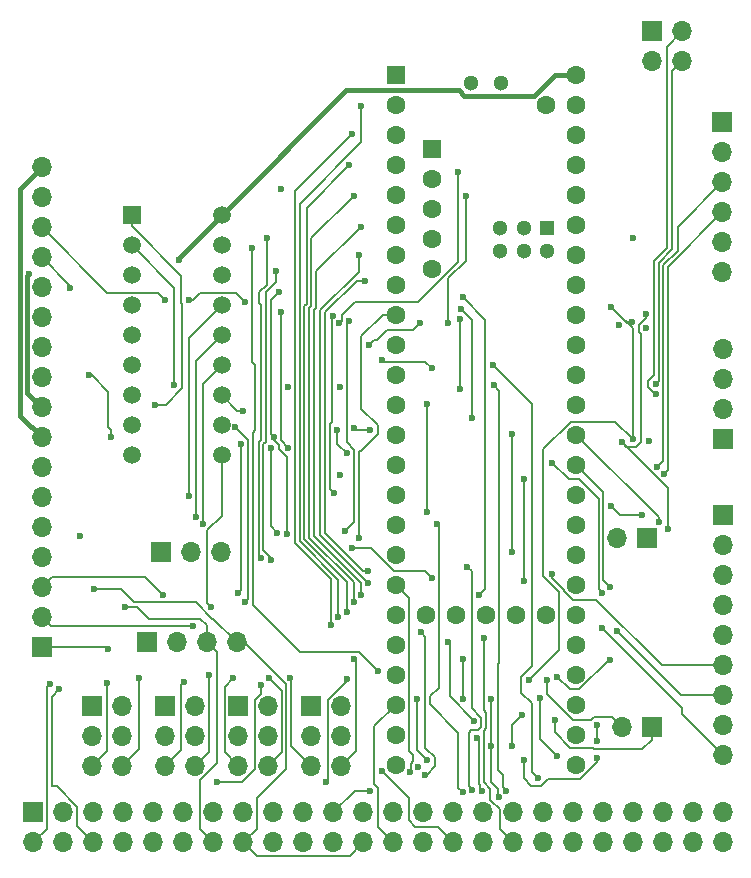
<source format=gbr>
%TF.GenerationSoftware,KiCad,Pcbnew,8.0.3*%
%TF.CreationDate,2025-02-12T02:25:28-08:00*%
%TF.ProjectId,MLU_Breakout,4d4c555f-4272-4656-916b-6f75742e6b69,rev?*%
%TF.SameCoordinates,Original*%
%TF.FileFunction,Copper,L4,Bot*%
%TF.FilePolarity,Positive*%
%FSLAX46Y46*%
G04 Gerber Fmt 4.6, Leading zero omitted, Abs format (unit mm)*
G04 Created by KiCad (PCBNEW 8.0.3) date 2025-02-12 02:25:28*
%MOMM*%
%LPD*%
G01*
G04 APERTURE LIST*
%TA.AperFunction,ComponentPad*%
%ADD10O,1.700000X1.700000*%
%TD*%
%TA.AperFunction,ComponentPad*%
%ADD11R,1.700000X1.700000*%
%TD*%
%TA.AperFunction,ComponentPad*%
%ADD12R,1.498600X1.498600*%
%TD*%
%TA.AperFunction,ComponentPad*%
%ADD13C,1.498600*%
%TD*%
%TA.AperFunction,ComponentPad*%
%ADD14R,1.600000X1.600000*%
%TD*%
%TA.AperFunction,ComponentPad*%
%ADD15C,1.600000*%
%TD*%
%TA.AperFunction,ComponentPad*%
%ADD16R,1.300000X1.300000*%
%TD*%
%TA.AperFunction,ComponentPad*%
%ADD17C,1.300000*%
%TD*%
%TA.AperFunction,ViaPad*%
%ADD18C,0.600000*%
%TD*%
%TA.AperFunction,Conductor*%
%ADD19C,0.200000*%
%TD*%
%TA.AperFunction,Conductor*%
%ADD20C,0.400000*%
%TD*%
G04 APERTURE END LIST*
D10*
%TO.P,J10,17,Pin_17*%
%TO.N,+3.3V*%
X142200000Y-76400000D03*
%TO.P,J10,16,Pin_16*%
%TO.N,GND*%
X142200000Y-78940000D03*
%TO.P,J10,15,Pin_15*%
%TO.N,I2C1_SCL*%
X142200000Y-81480000D03*
%TO.P,J10,14,Pin_14*%
%TO.N,I2C1_SDA*%
X142200000Y-84020000D03*
%TO.P,J10,13,Pin_13*%
%TO.N,D3.3v_GE*%
X142200000Y-86560000D03*
%TO.P,J10,12,Pin_12*%
%TO.N,Dkill_out*%
X142200000Y-89100000D03*
%TO.P,J10,11,Pin_11*%
%TO.N,Ai_s*%
X142200000Y-91640000D03*
%TO.P,J10,10,Pin_10*%
%TO.N,Ab_s*%
X142200000Y-94180000D03*
%TO.P,J10,9,Pin_9*%
%TO.N,+5V*%
X142200000Y-96720000D03*
%TO.P,J10,8,Pin_8*%
%TO.N,+3.3V*%
X142200000Y-99260000D03*
%TO.P,J10,7,Pin_7*%
%TO.N,GND*%
X142200000Y-101800000D03*
%TO.P,J10,6,Pin_6*%
%TO.N,xD5*%
X142200000Y-104340000D03*
%TO.P,J10,5,Pin_5*%
%TO.N,xD4*%
X142200000Y-106880000D03*
%TO.P,J10,4,Pin_4*%
%TO.N,xD3*%
X142200000Y-109420000D03*
%TO.P,J10,3,Pin_3*%
%TO.N,xD2*%
X142200000Y-111960000D03*
%TO.P,J10,2,Pin_2*%
%TO.N,xD1*%
X142200000Y-114500000D03*
D11*
%TO.P,J10,1,Pin_1*%
%TO.N,xD0*%
X142200000Y-117040000D03*
%TD*%
%TO.P,J8,1,Pin_1*%
%TO.N,UART_RX1*%
X193400000Y-107800000D03*
D10*
%TO.P,J8,2,Pin_2*%
%TO.N,UART_TX1*%
X190860000Y-107800000D03*
%TD*%
D11*
%TO.P,J6,1,Pin_1*%
%TO.N,BAR_SDA*%
X193825000Y-123800000D03*
D10*
%TO.P,J6,2,Pin_2*%
%TO.N,BAR_SCL*%
X191285000Y-123800000D03*
%TD*%
D11*
%TO.P,J5,1,Pin_1*%
%TO.N,+3.3V*%
X151060000Y-116575000D03*
D10*
%TO.P,J5,2,Pin_2*%
%TO.N,GND*%
X153600000Y-116575000D03*
%TO.P,J5,3,Pin_3*%
%TO.N,I2C1_SCL*%
X156140000Y-116575000D03*
%TO.P,J5,4,Pin_4*%
%TO.N,I2C1_SDA*%
X158680000Y-116575000D03*
%TD*%
D11*
%TO.P,J4,1,Pin_1*%
%TO.N,+3.3V*%
X199882000Y-99420000D03*
D10*
%TO.P,J4,2,Pin_2*%
%TO.N,GND*%
X199882000Y-96880000D03*
%TO.P,J4,3,Pin_3*%
%TO.N,I2C1_SCL*%
X199882000Y-94340000D03*
%TO.P,J4,4,Pin_4*%
%TO.N,I2C1_SDA*%
X199882000Y-91800000D03*
%TD*%
D11*
%TO.P,J3,1,Pin_1*%
%TO.N,+5V*%
X199800000Y-72580000D03*
D10*
%TO.P,J3,2,Pin_2*%
X199800000Y-75120000D03*
%TO.P,J3,3,Pin_3*%
%TO.N,Analog_Current*%
X199800000Y-77660000D03*
%TO.P,J3,4,Pin_4*%
%TO.N,Analog_Voltage*%
X199800000Y-80200000D03*
%TO.P,J3,5,Pin_5*%
%TO.N,GND*%
X199800000Y-82740000D03*
%TO.P,J3,6,Pin_6*%
X199800000Y-85280000D03*
%TD*%
D11*
%TO.P,J2,1,Pin_1*%
%TO.N,GND*%
X152275000Y-109000000D03*
D10*
%TO.P,J2,2,Pin_2*%
%TO.N,+3.3V*%
X154815000Y-109000000D03*
%TO.P,J2,3,Pin_3*%
%TO.N,Dleak*%
X157355000Y-109000000D03*
%TD*%
D11*
%TO.P,J7,1,Pin_1*%
%TO.N,+5V*%
X193860000Y-64860000D03*
D10*
%TO.P,J7,2,Pin_2*%
%TO.N,I2C2_SCL*%
X196400000Y-64860000D03*
%TO.P,J7,3,Pin_3*%
%TO.N,GND*%
X193860000Y-67400000D03*
%TO.P,J7,4,Pin_4*%
%TO.N,I2C2_SDA*%
X196400000Y-67400000D03*
%TD*%
D11*
%TO.P,J20,1,Pin_1*%
%TO.N,GND*%
X165000000Y-122000000D03*
D10*
%TO.P,J20,2,Pin_2*%
X167540000Y-122000000D03*
%TO.P,J20,3,Pin_3*%
%TO.N,unconnected-(J20-Pin_3-Pad3)*%
X165000000Y-124540000D03*
%TO.P,J20,4,Pin_4*%
%TO.N,unconnected-(J20-Pin_4-Pad4)*%
X167540000Y-124540000D03*
%TO.P,J20,5,Pin_5*%
%TO.N,PWM6*%
X165000000Y-127080000D03*
%TO.P,J20,6,Pin_6*%
%TO.N,PWM7*%
X167540000Y-127080000D03*
%TD*%
D11*
%TO.P,J19,1,Pin_1*%
%TO.N,GND*%
X152600000Y-122000000D03*
D10*
%TO.P,J19,2,Pin_2*%
X155140000Y-122000000D03*
%TO.P,J19,3,Pin_3*%
%TO.N,unconnected-(J19-Pin_3-Pad3)*%
X152600000Y-124540000D03*
%TO.P,J19,4,Pin_4*%
%TO.N,unconnected-(J19-Pin_4-Pad4)*%
X155140000Y-124540000D03*
%TO.P,J19,5,Pin_5*%
%TO.N,PWM2*%
X152600000Y-127080000D03*
%TO.P,J19,6,Pin_6*%
%TO.N,PWM3*%
X155140000Y-127080000D03*
%TD*%
D11*
%TO.P,J18,1,Pin_1*%
%TO.N,GND*%
X158800000Y-122000000D03*
D10*
%TO.P,J18,2,Pin_2*%
X161340000Y-122000000D03*
%TO.P,J18,3,Pin_3*%
%TO.N,unconnected-(J18-Pin_3-Pad3)*%
X158800000Y-124540000D03*
%TO.P,J18,4,Pin_4*%
%TO.N,unconnected-(J18-Pin_4-Pad4)*%
X161340000Y-124540000D03*
%TO.P,J18,5,Pin_5*%
%TO.N,PWM4*%
X158800000Y-127080000D03*
%TO.P,J18,6,Pin_6*%
%TO.N,PWM5*%
X161340000Y-127080000D03*
%TD*%
D11*
%TO.P,J17,1,Pin_1*%
%TO.N,GND*%
X146400000Y-122000000D03*
D10*
%TO.P,J17,2,Pin_2*%
X148940000Y-122000000D03*
%TO.P,J17,3,Pin_3*%
%TO.N,unconnected-(J17-Pin_3-Pad3)*%
X146400000Y-124540000D03*
%TO.P,J17,4,Pin_4*%
%TO.N,unconnected-(J17-Pin_4-Pad4)*%
X148940000Y-124540000D03*
%TO.P,J17,5,Pin_5*%
%TO.N,PWM0*%
X146400000Y-127080000D03*
%TO.P,J17,6,Pin_6*%
%TO.N,PWM1*%
X148940000Y-127080000D03*
%TD*%
%TO.P,J9,9,Pin_9*%
%TO.N,SPI_MISO*%
X199857000Y-126170000D03*
%TO.P,J9,8,Pin_8*%
%TO.N,D7*%
X199857000Y-123630000D03*
%TO.P,J9,7,Pin_7*%
%TO.N,SPI_SCK*%
X199857000Y-121090000D03*
%TO.P,J9,6,Pin_6*%
%TO.N,SPI_MOSI*%
X199857000Y-118550000D03*
%TO.P,J9,5,Pin_5*%
%TO.N,D6*%
X199857000Y-116010000D03*
%TO.P,J9,4,Pin_4*%
%TO.N,D5*%
X199857000Y-113470000D03*
%TO.P,J9,3,Pin_3*%
%TO.N,SPI_CS1*%
X199857000Y-110930000D03*
%TO.P,J9,2,Pin_2*%
%TO.N,GND*%
X199857000Y-108390000D03*
D11*
%TO.P,J9,1,Pin_1*%
%TO.N,+5V*%
X199857000Y-105850000D03*
%TD*%
D12*
%TO.P,U1,1,SCL*%
%TO.N,I2C2_SCL*%
X149790000Y-80440000D03*
D13*
%TO.P,U1,2,SDA*%
%TO.N,I2C2_SDA*%
X149790000Y-82980000D03*
%TO.P,U1,3,A2*%
%TO.N,GND*%
X149790000Y-85520000D03*
%TO.P,U1,4,A1*%
X149790000Y-88060000D03*
%TO.P,U1,5,A0*%
X149790000Y-90600000D03*
%TO.P,U1,6,\u002ARESET*%
%TO.N,Net-(JP3-C)*%
X149790000Y-93140000D03*
%TO.P,U1,7,NC*%
%TO.N,unconnected-(U1-NC-Pad7)*%
X149790000Y-95680000D03*
%TO.P,U1,8,INT*%
%TO.N,Dint*%
X149790000Y-98220000D03*
%TO.P,U1,9,VSS*%
%TO.N,GND*%
X149790000Y-100760000D03*
%TO.P,U1,10,GP0*%
%TO.N,xD0*%
X157410000Y-100760000D03*
%TO.P,U1,11,GP1*%
%TO.N,xD1*%
X157410000Y-98220000D03*
%TO.P,U1,12,GP2*%
%TO.N,xD2*%
X157410000Y-95680000D03*
%TO.P,U1,13,GP3*%
%TO.N,xD3*%
X157410000Y-93140000D03*
%TO.P,U1,14,GP4*%
%TO.N,xD4*%
X157410000Y-90600000D03*
%TO.P,U1,15,GP5*%
%TO.N,xD5*%
X157410000Y-88060000D03*
%TO.P,U1,16,GP6*%
%TO.N,xD6*%
X157410000Y-85520000D03*
%TO.P,U1,17,GP7*%
%TO.N,xD7*%
X157410000Y-82980000D03*
%TO.P,U1,18,VDD*%
%TO.N,+5V*%
X157410000Y-80440000D03*
%TD*%
D14*
%TO.P,U4,1,GND*%
%TO.N,GND*%
X172160000Y-68540800D03*
D15*
%TO.P,U4,2,0_RX1_CRX2_CS1*%
%TO.N,PWM0*%
X172160000Y-71080800D03*
%TO.P,U4,3,1_TX1_CTX2_MISO1*%
%TO.N,PWM1*%
X172160000Y-73620800D03*
%TO.P,U4,4,2_OUT2*%
%TO.N,PWM2*%
X172160000Y-76160800D03*
%TO.P,U4,5,3_LRCLK2*%
%TO.N,PWM3*%
X172160000Y-78700800D03*
%TO.P,U4,6,4_BCLK2*%
%TO.N,PWM4*%
X172160000Y-81240800D03*
%TO.P,U4,7,5_IN2*%
%TO.N,PWM5*%
X172160000Y-83780800D03*
%TO.P,U4,8,6_OUT1D*%
%TO.N,PWM6*%
X172160000Y-86320800D03*
%TO.P,U4,9,7_RX2_OUT1A*%
%TO.N,PWM7*%
X172160000Y-88860800D03*
%TO.P,U4,10,8_TX2_IN1*%
%TO.N,PWM8*%
X172160000Y-91400800D03*
%TO.P,U4,11,9_OUT1C*%
%TO.N,PWM9*%
X172160000Y-93940800D03*
%TO.P,U4,12,10_CS_MQSR*%
%TO.N,SPI_CS1*%
X172160000Y-96480800D03*
%TO.P,U4,13,11_MOSI_CTX1*%
%TO.N,SPI_MOSI*%
X172160000Y-99020800D03*
%TO.P,U4,14,12_MISO_MQSL*%
%TO.N,SPI_MISO*%
X172160000Y-101560800D03*
%TO.P,U4,15,3V3*%
%TO.N,+3.3V*%
X172160000Y-104100800D03*
%TO.P,U4,16,24_A10_TX6_SCL2*%
%TO.N,UART_TX3*%
X172160000Y-106640800D03*
%TO.P,U4,17,25_A11_RX6_SDA2*%
%TO.N,UART_RX3*%
X172160000Y-109180800D03*
%TO.P,U4,18,26_A12_MOSI1*%
%TO.N,Dswitch1*%
X172160000Y-111720800D03*
%TO.P,U4,19,27_A13_SCK1*%
%TO.N,Dswitch2*%
X172160000Y-114260800D03*
%TO.P,U4,20,28_RX7*%
%TO.N,UART_RX2*%
X172160000Y-116800800D03*
%TO.P,U4,21,29_TX7*%
%TO.N,UART_TX2*%
X172160000Y-119340800D03*
%TO.P,U4,22,30_CRX3*%
%TO.N,Dunused*%
X172160000Y-121880800D03*
%TO.P,U4,23,31_CTX3*%
%TO.N,D6*%
X172160000Y-124420800D03*
%TO.P,U4,24,32_OUT1B*%
%TO.N,D7*%
X172160000Y-126960800D03*
%TO.P,U4,25,33_MCLK2*%
%TO.N,Dleak*%
X187400000Y-126960800D03*
%TO.P,U4,26,34_RX8*%
%TO.N,UART_RX1*%
X187400000Y-124420800D03*
%TO.P,U4,27,35_TX8*%
%TO.N,UART_TX1*%
X187400000Y-121880800D03*
%TO.P,U4,28,36_CS*%
%TO.N,Dled2*%
X187400000Y-119340800D03*
%TO.P,U4,29,37_CS*%
%TO.N,Dled1*%
X187400000Y-116800800D03*
%TO.P,U4,30,38_CS1_IN1*%
%TO.N,Dkill_out*%
X187400000Y-114260800D03*
%TO.P,U4,31,39_MISO1_OUT1A*%
%TO.N,D3.3v_GE*%
X187400000Y-111720800D03*
%TO.P,U4,32,40_A16*%
%TO.N,Analog_Voltage*%
X187400000Y-109180800D03*
%TO.P,U4,33,41_A17*%
%TO.N,Analog_Current*%
X187400000Y-106640800D03*
%TO.P,U4,34,GND*%
%TO.N,GND*%
X187400000Y-104100800D03*
%TO.P,U4,35,13_SCK_LED*%
%TO.N,SPI_SCK*%
X187400000Y-101560800D03*
%TO.P,U4,36,14_A0_TX3_SPDIF_OUT*%
%TO.N,D5*%
X187400000Y-99020800D03*
%TO.P,U4,37,15_A1_RX3_SPDIF_IN*%
%TO.N,Dint*%
X187400000Y-96480800D03*
%TO.P,U4,38,16_A2_RX4_SCL1*%
%TO.N,I2C2_SCL*%
X187400000Y-93940800D03*
%TO.P,U4,39,17_A3_TX4_SDA1*%
%TO.N,I2C2_SDA*%
X187400000Y-91400800D03*
%TO.P,U4,40,18_A4_SDA*%
%TO.N,I2C1_SDA*%
X187400000Y-88860800D03*
%TO.P,U4,41,19_A5_SCL*%
%TO.N,I2C1_SCL*%
X187400000Y-86320800D03*
%TO.P,U4,42,20_A6_TX5_LRCLK1*%
%TO.N,A4*%
X187400000Y-83780800D03*
%TO.P,U4,43,21_A7_RX5_BCLK1*%
%TO.N,A3*%
X187400000Y-81240800D03*
%TO.P,U4,44,22_A8_CTX1*%
%TO.N,Ab_s*%
X187400000Y-78700800D03*
%TO.P,U4,45,23_A9_CRX1_MCLK1*%
%TO.N,Ai_s*%
X187400000Y-76160800D03*
%TO.P,U4,46,3V3*%
%TO.N,+3.3V*%
X187400000Y-73620800D03*
%TO.P,U4,47,GND*%
%TO.N,GND*%
X187400000Y-71080800D03*
%TO.P,U4,48,VIN*%
%TO.N,+5V*%
X187400000Y-68540800D03*
%TO.P,U4,49,VUSB*%
%TO.N,unconnected-(U4-VUSB-Pad49)*%
X184860000Y-71080800D03*
%TO.P,U4,50,VBAT*%
%TO.N,unconnected-(U4-VBAT-Pad50)*%
X174700000Y-114260800D03*
%TO.P,U4,51,3V3*%
%TO.N,unconnected-(U4-3V3-Pad51)*%
X177240000Y-114260800D03*
%TO.P,U4,52,GND*%
%TO.N,unconnected-(U4-GND-Pad52)*%
X179780000Y-114260800D03*
%TO.P,U4,53,PROGRAM*%
%TO.N,unconnected-(U4-PROGRAM-Pad53)*%
X182320000Y-114260800D03*
%TO.P,U4,54,ON_OFF*%
%TO.N,unconnected-(U4-ON_OFF-Pad54)*%
X184860000Y-114260800D03*
D14*
%TO.P,U4,55,5V*%
%TO.N,unconnected-(U4-5V-Pad55)*%
X175210800Y-74840000D03*
D15*
%TO.P,U4,56,D-*%
%TO.N,unconnected-(U4-D--Pad56)*%
X175210800Y-77380000D03*
%TO.P,U4,57,D+*%
%TO.N,unconnected-(U4-D+-Pad57)*%
X175210800Y-79920000D03*
%TO.P,U4,58,GND*%
%TO.N,unconnected-(U4-GND-Pad58)*%
X175210800Y-82460000D03*
%TO.P,U4,59,GND*%
%TO.N,unconnected-(U4-GND-Pad59)*%
X175210800Y-85000000D03*
D16*
%TO.P,U4,60,R+*%
%TO.N,unconnected-(U4-R+-Pad60)*%
X184961600Y-81510800D03*
D17*
%TO.P,U4,61,LED*%
%TO.N,unconnected-(U4-LED-Pad61)*%
X182961600Y-81510800D03*
%TO.P,U4,62,T-*%
%TO.N,unconnected-(U4-T--Pad62)*%
X180961600Y-81510800D03*
%TO.P,U4,63,T+*%
%TO.N,unconnected-(U4-T+-Pad63)*%
X180961600Y-83510800D03*
%TO.P,U4,64,GND*%
%TO.N,unconnected-(U4-GND-Pad64)*%
X182961600Y-83510800D03*
%TO.P,U4,65,R-*%
%TO.N,unconnected-(U4-R--Pad65)*%
X184961600Y-83510800D03*
%TO.P,U4,66,D-*%
%TO.N,unconnected-(U4-D--Pad66)*%
X181050000Y-69270800D03*
%TO.P,U4,67,D+*%
%TO.N,unconnected-(U4-D+-Pad67)*%
X178510000Y-69270800D03*
%TD*%
D11*
%TO.P,J1,1,Pin_1*%
%TO.N,GND*%
X141460000Y-131000000D03*
D10*
%TO.P,J1,2,Pin_2*%
%TO.N,A3*%
X141460000Y-133540000D03*
%TO.P,J1,3,Pin_3*%
%TO.N,Dled1*%
X144000000Y-131000000D03*
%TO.P,J1,4,Pin_4*%
%TO.N,GND*%
X144000000Y-133540000D03*
%TO.P,J1,5,Pin_5*%
X146540000Y-131000000D03*
%TO.P,J1,6,Pin_6*%
%TO.N,A4*%
X146540000Y-133540000D03*
%TO.P,J1,7,Pin_7*%
%TO.N,Dled2*%
X149080000Y-131000000D03*
%TO.P,J1,8,Pin_8*%
%TO.N,GND*%
X149080000Y-133540000D03*
%TO.P,J1,9,Pin_9*%
%TO.N,Dswitch1*%
X151620000Y-131000000D03*
%TO.P,J1,10,Pin_10*%
%TO.N,+3.3V*%
X151620000Y-133540000D03*
%TO.P,J1,11,Pin_11*%
X154160000Y-131000000D03*
%TO.P,J1,12,Pin_12*%
%TO.N,GND*%
X154160000Y-133540000D03*
%TO.P,J1,13,Pin_13*%
%TO.N,Dswitch2*%
X156700000Y-131000000D03*
%TO.P,J1,14,Pin_14*%
%TO.N,I2C1_SCL*%
X156700000Y-133540000D03*
%TO.P,J1,15,Pin_15*%
%TO.N,+3.3V*%
X159240000Y-131000000D03*
%TO.P,J1,16,Pin_16*%
%TO.N,I2C1_SDA*%
X159240000Y-133540000D03*
%TO.P,J1,17,Pin_17*%
%TO.N,GND*%
X161780000Y-131000000D03*
%TO.P,J1,18,Pin_18*%
%TO.N,+3.3V*%
X161780000Y-133540000D03*
%TO.P,J1,19,Pin_19*%
%TO.N,Net-(J1-Pin_19)*%
X164320000Y-131000000D03*
%TO.P,J1,20,Pin_20*%
%TO.N,GND*%
X164320000Y-133540000D03*
%TO.P,J1,21,Pin_21*%
%TO.N,Net-(J1-Pin_21)*%
X166860000Y-131000000D03*
%TO.P,J1,22,Pin_22*%
%TO.N,I2C1_SCL*%
X166860000Y-133540000D03*
%TO.P,J1,23,Pin_23*%
%TO.N,+3.3V*%
X169400000Y-131000000D03*
%TO.P,J1,24,Pin_24*%
%TO.N,I2C1_SDA*%
X169400000Y-133540000D03*
%TO.P,J1,25,Pin_25*%
%TO.N,UART_TX3*%
X171940000Y-131000000D03*
%TO.P,J1,26,Pin_26*%
%TO.N,Dunused*%
X171940000Y-133540000D03*
%TO.P,J1,27,Pin_27*%
%TO.N,UART_RX3*%
X174480000Y-131000000D03*
%TO.P,J1,28,Pin_28*%
%TO.N,GND*%
X174480000Y-133540000D03*
%TO.P,J1,29,Pin_29*%
X177020000Y-131000000D03*
%TO.P,J1,30,Pin_30*%
%TO.N,xD7*%
X177020000Y-133540000D03*
%TO.P,J1,31,Pin_31*%
%TO.N,UART_TX2*%
X179560000Y-131000000D03*
%TO.P,J1,32,Pin_32*%
%TO.N,GND*%
X179560000Y-133540000D03*
%TO.P,J1,33,Pin_33*%
%TO.N,UART_RX2*%
X182100000Y-131000000D03*
%TO.P,J1,34,Pin_34*%
%TO.N,xD6*%
X182100000Y-133540000D03*
%TO.P,J1,35,Pin_35*%
%TO.N,+3.3V*%
X184640000Y-131000000D03*
%TO.P,J1,36,Pin_36*%
%TO.N,GND*%
X184640000Y-133540000D03*
%TO.P,J1,37,Pin_37*%
X187180000Y-131000000D03*
%TO.P,J1,38,Pin_38*%
%TO.N,+5V*%
X187180000Y-133540000D03*
%TO.P,J1,39,Pin_39*%
%TO.N,unconnected-(J1-Pin_39-Pad39)*%
X189720000Y-131000000D03*
%TO.P,J1,40,Pin_40*%
%TO.N,GND*%
X189720000Y-133540000D03*
%TO.P,J1,41,Pin_41*%
%TO.N,PWM9*%
X192260000Y-131000000D03*
%TO.P,J1,42,Pin_42*%
%TO.N,+5V*%
X192260000Y-133540000D03*
%TO.P,J1,43,Pin_43*%
%TO.N,GND*%
X194800000Y-131000000D03*
%TO.P,J1,44,Pin_44*%
X194800000Y-133540000D03*
%TO.P,J1,45,Pin_45*%
%TO.N,unconnected-(J1-Pin_45-Pad45)*%
X197340000Y-131000000D03*
%TO.P,J1,46,Pin_46*%
%TO.N,+3.3V*%
X197340000Y-133540000D03*
%TO.P,J1,47,Pin_47*%
%TO.N,PWM8*%
X199880000Y-131000000D03*
%TO.P,J1,48,Pin_48*%
%TO.N,GND*%
X199880000Y-133540000D03*
%TD*%
D18*
%TO.N,I2C1_SCL*%
X183400000Y-119800000D03*
%TO.N,I2C1_SDA*%
X183000000Y-126600000D03*
X195200000Y-107000000D03*
X189200000Y-125000000D03*
X189200000Y-123600000D03*
X189200000Y-126400000D03*
%TO.N,UART_TX2*%
X174800000Y-126600000D03*
X173909296Y-121394907D03*
%TO.N,UART_RX2*%
X180200000Y-121400000D03*
X177800000Y-121400000D03*
X177800000Y-118000000D03*
%TO.N,BAR_SDA*%
X182000000Y-125400000D03*
X185600000Y-123200000D03*
X182800000Y-122800000D03*
%TO.N,BAR_SCL*%
X184978135Y-119773625D03*
%TO.N,PWM7*%
X169000000Y-107800000D03*
X168600000Y-118000000D03*
%TO.N,SPI_MISO*%
X189600000Y-112400000D03*
X189600000Y-115400000D03*
X185400000Y-101400000D03*
%TO.N,Net-(J1-Pin_21)*%
X170000000Y-129200000D03*
%TO.N,Net-(J1-Pin_19)*%
X185800000Y-126200000D03*
X184361021Y-121316695D03*
%TO.N,+3.3V*%
X174047603Y-127142576D03*
%TO.N,SPI_SCK*%
X190307056Y-111928221D03*
X190877415Y-115674056D03*
%TO.N,SPI_MOSI*%
X182000000Y-109000000D03*
X185359620Y-110840380D03*
X182000000Y-99000000D03*
%TO.N,D6*%
X190250000Y-118069240D03*
X185783824Y-119502759D03*
%TO.N,D5*%
X194400000Y-106400000D03*
%TO.N,SPI_CS1*%
X174800000Y-96400000D03*
X193000000Y-105800000D03*
X174800000Y-105600000D03*
X190360000Y-105040431D03*
%TO.N,Analog_Voltage*%
X194870250Y-102329751D03*
%TO.N,Analog_Current*%
X194294481Y-101753982D03*
%TO.N,I2C2_SCL*%
X194150000Y-95544334D03*
%TO.N,I2C2_SDA*%
X194150000Y-94719683D03*
%TO.N,Dleak*%
X176600000Y-116600000D03*
X175200000Y-111200000D03*
X178800000Y-123290547D03*
X168400000Y-108600000D03*
%TO.N,+3.3V*%
X145400000Y-107600000D03*
%TO.N,I2C1_SDA*%
X146603424Y-112113851D03*
%TO.N,I2C1_SCL*%
X149200000Y-113600000D03*
%TO.N,+3.3V*%
X167400000Y-102400000D03*
%TO.N,Net-(U3-CSB)*%
X167200000Y-98600000D03*
X168000000Y-100600000D03*
%TO.N,I2C1_SCL*%
X168647703Y-98472918D03*
X169947703Y-98618413D03*
%TO.N,+3.3V*%
X163000000Y-95000000D03*
%TO.N,GND*%
X167400000Y-95000000D03*
%TO.N,I2C1_SCL*%
X159400000Y-87800000D03*
X152600000Y-87600000D03*
X154600000Y-87600000D03*
X162400000Y-88600000D03*
X163000000Y-100114722D03*
%TO.N,I2C1_SDA*%
X144600000Y-86600000D03*
X162233643Y-86948718D03*
%TO.N,D3.3v_GE*%
X168200000Y-89400000D03*
X167859620Y-107140380D03*
%TO.N,Dkill_out*%
X166908135Y-103972625D03*
X166818834Y-88935524D03*
X183000000Y-102800000D03*
X183000000Y-111400000D03*
%TO.N,Ai_s*%
X177400000Y-76800000D03*
X167369869Y-89582722D03*
%TO.N,Ab_s*%
X174200000Y-89600000D03*
X176600000Y-89600000D03*
X169850000Y-91427366D03*
X178050000Y-78800000D03*
%TO.N,xD5*%
X154600000Y-104200000D03*
%TO.N,xD4*%
X155200000Y-106000000D03*
%TO.N,xD3*%
X155800000Y-106600000D03*
%TO.N,xD2*%
X159000000Y-99800000D03*
X159200000Y-97000000D03*
X152400000Y-112600000D03*
X158800000Y-112400000D03*
%TO.N,xD1*%
X159400000Y-113200000D03*
X158550000Y-98400000D03*
X154999729Y-115250000D03*
%TO.N,xD0*%
X156518809Y-113599569D03*
X147800000Y-117200000D03*
%TO.N,Dint*%
X170940765Y-92740765D03*
X175200000Y-93400000D03*
%TO.N,+5V*%
X141100000Y-85400000D03*
X153800000Y-84200000D03*
%TO.N,I2C2_SDA*%
X153403044Y-94810190D03*
%TO.N,I2C2_SCL*%
X151800000Y-96479300D03*
%TO.N,Net-(JP3-A)*%
X148000000Y-99200000D03*
X146200000Y-94000000D03*
%TO.N,GND*%
X162400000Y-78200000D03*
%TO.N,xD6*%
X177800000Y-87400000D03*
X179200000Y-112600000D03*
X179600000Y-116200000D03*
%TO.N,xD7*%
X160000000Y-83200000D03*
X170985688Y-127517725D03*
X170600000Y-119000000D03*
%TO.N,I2C1_SDA*%
X161800000Y-99200000D03*
X162950000Y-107400000D03*
X177600000Y-95200000D03*
X177573617Y-89207067D03*
%TO.N,I2C1_SCL*%
X178600000Y-97600000D03*
X177640457Y-88359697D03*
X162104034Y-107317266D03*
X161580202Y-100114722D03*
%TO.N,A4*%
X161541802Y-109674105D03*
X143600000Y-120600000D03*
X162000000Y-85200000D03*
%TO.N,A3*%
X142884917Y-120140477D03*
X161200000Y-82400000D03*
X160719300Y-109459641D03*
%TO.N,PWM6*%
X169529891Y-85979086D03*
X169800000Y-110600000D03*
X163200000Y-119600000D03*
%TO.N,PWM5*%
X161400000Y-119600000D03*
X169000000Y-83800000D03*
X169800000Y-111600000D03*
%TO.N,PWM4*%
X158400000Y-119600000D03*
X169200000Y-112600000D03*
X169200000Y-81400000D03*
%TO.N,PWM3*%
X156350000Y-119396530D03*
X168600000Y-113200000D03*
X168600000Y-78800000D03*
%TO.N,PWM2*%
X154200000Y-120000000D03*
X168200000Y-76200000D03*
X168000000Y-114000000D03*
%TO.N,PWM1*%
X168400000Y-73600000D03*
X166626922Y-115109336D03*
X150400000Y-119600000D03*
%TO.N,PWM0*%
X169200000Y-71200000D03*
X167276922Y-114446835D03*
X147698731Y-120086464D03*
%TO.N,Dled1*%
X157000000Y-128400000D03*
X160750000Y-120211438D03*
%TO.N,Dled2*%
X168040000Y-119742463D03*
X166200000Y-128400000D03*
%TO.N,Dswitch1*%
X173330998Y-127599721D03*
%TO.N,Dswitch2*%
X174585549Y-127813605D03*
X174290484Y-115762736D03*
%TO.N,UART_TX2*%
X178985712Y-124715658D03*
X179478418Y-129194651D03*
%TO.N,UART_RX2*%
X180859620Y-129740380D03*
X180200000Y-125400000D03*
%TO.N,UART_TX3*%
X175600000Y-106600000D03*
X177847161Y-129302799D03*
%TO.N,UART_RX3*%
X178633702Y-129100000D03*
X178200000Y-110200000D03*
%TO.N,PWM8*%
X184154595Y-128100000D03*
X180376338Y-93136039D03*
%TO.N,PWM9*%
X180440380Y-94850000D03*
X181500981Y-129185711D03*
%TO.N,I2C1_SCL*%
X192112732Y-89481946D03*
X192200000Y-99400000D03*
X190400000Y-88200000D03*
%TO.N,I2C1_SDA*%
X193350000Y-88779784D03*
X191292755Y-99671496D03*
%TO.N,GND*%
X193600000Y-99600000D03*
X193350000Y-90029784D03*
%TO.N,+3.3V*%
X191040380Y-89759620D03*
X192200000Y-82400000D03*
%TD*%
D19*
%TO.N,SPI_MOSI*%
X186360000Y-112236435D02*
X186360000Y-112194314D01*
X187123565Y-113000000D02*
X186360000Y-112236435D01*
%TO.N,I2C1_SCL*%
X186944365Y-97920800D02*
X190720800Y-97920800D01*
X190720800Y-97920800D02*
X192200000Y-99400000D01*
%TO.N,SPI_MOSI*%
X189122598Y-113000000D02*
X187123565Y-113000000D01*
%TO.N,PWM8*%
X182750000Y-120869239D02*
X183650000Y-121769239D01*
%TO.N,SPI_MOSI*%
X185359620Y-111193934D02*
X185359620Y-110840380D01*
X199857000Y-118550000D02*
X194672598Y-118550000D01*
%TO.N,D6*%
X186881065Y-120600000D02*
X185783824Y-119502759D01*
%TO.N,PWM8*%
X183650000Y-121769239D02*
X183650000Y-127595405D01*
X183650000Y-118630761D02*
X182750000Y-119530761D01*
%TO.N,SPI_MOSI*%
X194672598Y-118550000D02*
X189122598Y-113000000D01*
%TO.N,BAR_SCL*%
X191285000Y-123800000D02*
X190435000Y-122950000D01*
%TO.N,PWM8*%
X183650000Y-127595405D02*
X184154595Y-128100000D01*
%TO.N,SPI_MOSI*%
X186360000Y-112194314D02*
X185359620Y-111193934D01*
%TO.N,BAR_SCL*%
X188930761Y-122950000D02*
X188680761Y-123200000D01*
%TO.N,D6*%
X187696435Y-120600000D02*
X186881065Y-120600000D01*
%TO.N,PWM8*%
X183650000Y-96409701D02*
X183650000Y-118630761D01*
%TO.N,BAR_SCL*%
X188680761Y-123200000D02*
X187163565Y-123200000D01*
X190435000Y-122950000D02*
X188930761Y-122950000D01*
%TO.N,D6*%
X190227195Y-118069240D02*
X187696435Y-120600000D01*
%TO.N,I2C1_SCL*%
X185960000Y-117240000D02*
X185960000Y-112360000D01*
%TO.N,D6*%
X190250000Y-118069240D02*
X190227195Y-118069240D01*
%TO.N,PWM8*%
X180376338Y-93136039D02*
X183650000Y-96409701D01*
%TO.N,BAR_SCL*%
X187163565Y-123200000D02*
X184978135Y-121014570D01*
%TO.N,PWM8*%
X182750000Y-119530761D02*
X182750000Y-120869239D01*
%TO.N,I2C1_SCL*%
X184600000Y-100265165D02*
X186944365Y-97920800D01*
%TO.N,BAR_SCL*%
X184978135Y-121014570D02*
X184978135Y-119773625D01*
%TO.N,I2C1_SCL*%
X183400000Y-119800000D02*
X185960000Y-117240000D01*
X185960000Y-112360000D02*
X184600000Y-111000000D01*
X184600000Y-111000000D02*
X184600000Y-100265165D01*
%TO.N,Analog_Current*%
X196000000Y-81460000D02*
X196000000Y-83434314D01*
%TO.N,Analog_Voltage*%
X195200000Y-84800000D02*
X195200000Y-102000001D01*
%TO.N,BAR_SDA*%
X188930761Y-125650000D02*
X188801561Y-125520800D01*
%TO.N,Analog_Voltage*%
X195200000Y-102000001D02*
X194870250Y-102329751D01*
%TO.N,UART_RX2*%
X180200000Y-128431308D02*
X180800000Y-129031308D01*
%TO.N,PWM9*%
X181200000Y-128884730D02*
X181500981Y-129185711D01*
%TO.N,BAR_SDA*%
X188801561Y-125520800D02*
X186920800Y-125520800D01*
%TO.N,UART_RX2*%
X180800000Y-129031308D02*
X180800000Y-129680760D01*
%TO.N,Analog_Current*%
X194800000Y-101248463D02*
X194294481Y-101753982D01*
%TO.N,PWM9*%
X180800000Y-118434315D02*
X180800000Y-127434314D01*
%TO.N,I2C1_SDA*%
X183620711Y-128750000D02*
X184450000Y-128750000D01*
%TO.N,PWM9*%
X180880000Y-118354315D02*
X180800000Y-118434315D01*
%TO.N,Analog_Current*%
X199800000Y-77660000D02*
X196000000Y-81460000D01*
X196000000Y-83434314D02*
X194800000Y-84634314D01*
%TO.N,I2C1_SDA*%
X189200000Y-126716435D02*
X189200000Y-126400000D01*
X183000000Y-128129289D02*
X183620711Y-128750000D01*
%TO.N,BAR_SDA*%
X193825000Y-123800000D02*
X193825000Y-124850000D01*
X193025000Y-125650000D02*
X188930761Y-125650000D01*
%TO.N,PWM9*%
X180880000Y-95289620D02*
X180880000Y-118354315D01*
%TO.N,UART_RX2*%
X180200000Y-125400000D02*
X180200000Y-128431308D01*
X180800000Y-129680760D02*
X180859620Y-129740380D01*
%TO.N,I2C1_SDA*%
X183000000Y-126600000D02*
X183000000Y-128129289D01*
X189200000Y-125000000D02*
X189200000Y-123600000D01*
X185000000Y-128200000D02*
X187716435Y-128200000D01*
%TO.N,PWM9*%
X181200000Y-127834314D02*
X181200000Y-128884730D01*
%TO.N,Analog_Voltage*%
X199800000Y-80200000D02*
X195200000Y-84800000D01*
%TO.N,PWM9*%
X180440380Y-94850000D02*
X180880000Y-95289620D01*
%TO.N,I2C1_SDA*%
X187716435Y-128200000D02*
X189200000Y-126716435D01*
%TO.N,BAR_SDA*%
X185600000Y-124200000D02*
X185600000Y-123200000D01*
%TO.N,I2C1_SDA*%
X184450000Y-128750000D02*
X185000000Y-128200000D01*
%TO.N,PWM9*%
X180800000Y-127434314D02*
X181200000Y-127834314D01*
%TO.N,BAR_SDA*%
X186920800Y-125520800D02*
X185600000Y-124200000D01*
%TO.N,SPI_SCK*%
X196293359Y-121090000D02*
X190877415Y-115674056D01*
%TO.N,BAR_SDA*%
X193825000Y-124850000D02*
X193025000Y-125650000D01*
%TO.N,SPI_SCK*%
X199857000Y-121090000D02*
X196293359Y-121090000D01*
%TO.N,Analog_Current*%
X194800000Y-84634314D02*
X194800000Y-101248463D01*
%TO.N,I2C1_SDA*%
X195200000Y-107000000D02*
X195200000Y-103578741D01*
X195200000Y-103578741D02*
X191292755Y-99671496D01*
%TO.N,UART_TX3*%
X175050000Y-121183059D02*
X175050000Y-121850000D01*
X175800000Y-120433059D02*
X175050000Y-121183059D01*
%TO.N,Dswitch1*%
X173260000Y-112820800D02*
X173260000Y-125825686D01*
X173260000Y-125825686D02*
X173600000Y-126165686D01*
%TO.N,UART_TX3*%
X175600000Y-106600000D02*
X175800000Y-106800000D01*
%TO.N,Dswitch2*%
X174650000Y-116122252D02*
X174650000Y-125530761D01*
X174290484Y-115762736D02*
X174650000Y-116122252D01*
%TO.N,UART_TX3*%
X175050000Y-121850000D02*
X177454429Y-124254429D01*
%TO.N,Dswitch2*%
X174650000Y-125530761D02*
X175450000Y-126330761D01*
%TO.N,UART_TX3*%
X177454429Y-128910067D02*
X177847161Y-129302799D01*
%TO.N,Dswitch1*%
X172160000Y-111720800D02*
X173260000Y-112820800D01*
%TO.N,UART_TX3*%
X177454429Y-124254429D02*
X177454429Y-128910067D01*
X175800000Y-106800000D02*
X175800000Y-120433059D01*
%TO.N,Dswitch2*%
X174752080Y-127813605D02*
X174585549Y-127813605D01*
%TO.N,Dswitch1*%
X173397603Y-126873337D02*
X173397603Y-127533116D01*
X173600000Y-126165686D02*
X173600000Y-126670940D01*
%TO.N,Dswitch2*%
X175450000Y-126330761D02*
X175450000Y-127115685D01*
%TO.N,Dswitch1*%
X173397603Y-127533116D02*
X173330998Y-127599721D01*
%TO.N,Dswitch2*%
X175450000Y-127115685D02*
X174752080Y-127813605D01*
%TO.N,Dswitch1*%
X173600000Y-126670940D02*
X173397603Y-126873337D01*
%TO.N,UART_TX2*%
X173909296Y-121394907D02*
X173909296Y-125709296D01*
X173909296Y-125709296D02*
X174800000Y-126600000D01*
%TO.N,UART_RX3*%
X178515394Y-124050291D02*
X178304387Y-124261298D01*
X179400000Y-122971308D02*
X179400000Y-123734897D01*
X179400000Y-123734897D02*
X179084606Y-124050291D01*
X178304387Y-128770685D02*
X178633702Y-129100000D01*
%TO.N,xD6*%
X182100000Y-133540000D02*
X180950000Y-132390000D01*
X179600000Y-122365686D02*
X179600000Y-116200000D01*
%TO.N,UART_RX3*%
X178600000Y-122171308D02*
X179400000Y-122971308D01*
X178304387Y-124261298D02*
X178304387Y-128770685D01*
X178200000Y-110200000D02*
X178600000Y-110600000D01*
%TO.N,xD6*%
X179800000Y-122565686D02*
X179600000Y-122365686D01*
%TO.N,UART_RX3*%
X178600000Y-110600000D02*
X178600000Y-122171308D01*
X179084606Y-124050291D02*
X178515394Y-124050291D01*
%TO.N,UART_RX2*%
X180200000Y-121400000D02*
X180200000Y-125400000D01*
%TO.N,xD6*%
X179800000Y-123900583D02*
X179800000Y-122565686D01*
X180128418Y-128990320D02*
X179600000Y-128461902D01*
X179600000Y-124100583D02*
X179800000Y-123900583D01*
X180950000Y-130750000D02*
X180128418Y-129928418D01*
X180950000Y-132390000D02*
X180950000Y-130750000D01*
X179600000Y-128461902D02*
X179600000Y-124100583D01*
%TO.N,UART_RX2*%
X177800000Y-118000000D02*
X177800000Y-121400000D01*
%TO.N,xD6*%
X180128418Y-129928418D02*
X180128418Y-128990320D01*
%TO.N,Net-(J1-Pin_19)*%
X184361021Y-124761021D02*
X184361021Y-121316695D01*
%TO.N,BAR_SDA*%
X182800000Y-122800000D02*
X182000000Y-123600000D01*
%TO.N,Net-(J1-Pin_19)*%
X185800000Y-126200000D02*
X184361021Y-124761021D01*
%TO.N,BAR_SDA*%
X182000000Y-123600000D02*
X182000000Y-125400000D01*
%TO.N,D3.3v_GE*%
X168000000Y-99680761D02*
X168600000Y-100280761D01*
%TO.N,I2C1_SCL*%
X169947703Y-98618413D02*
X168793198Y-98618413D01*
%TO.N,Ab_s*%
X173633887Y-90166113D02*
X171420373Y-90166113D01*
%TO.N,PWM7*%
X170597703Y-99002297D02*
X169200000Y-100400000D01*
X171028630Y-88860800D02*
X169200000Y-90689430D01*
%TO.N,D3.3v_GE*%
X168600000Y-106400000D02*
X167859620Y-107140380D01*
%TO.N,Dint*%
X174640800Y-92840800D02*
X171040800Y-92840800D01*
%TO.N,PWM7*%
X169200000Y-96836825D02*
X170597703Y-98234528D01*
%TO.N,Dint*%
X175200000Y-93400000D02*
X174640800Y-92840800D01*
%TO.N,D3.3v_GE*%
X168200000Y-89400000D02*
X168000000Y-89600000D01*
%TO.N,I2C1_SCL*%
X168793198Y-98618413D02*
X168647703Y-98472918D01*
%TO.N,Ab_s*%
X171420373Y-90166113D02*
X170586486Y-91000000D01*
%TO.N,Dint*%
X171040800Y-92840800D02*
X170940765Y-92740765D01*
%TO.N,PWM7*%
X168800000Y-118200000D02*
X168800000Y-125820000D01*
%TO.N,Ab_s*%
X170277366Y-91000000D02*
X169850000Y-91427366D01*
%TO.N,D3.3v_GE*%
X168600000Y-100280761D02*
X168600000Y-106400000D01*
%TO.N,Ab_s*%
X174200000Y-89600000D02*
X173633887Y-90166113D01*
%TO.N,PWM7*%
X170597703Y-98234528D02*
X170597703Y-99002297D01*
X169000000Y-100400000D02*
X169000000Y-107800000D01*
%TO.N,D3.3v_GE*%
X168000000Y-89600000D02*
X168000000Y-99680761D01*
%TO.N,PWM7*%
X172160000Y-88860800D02*
X171028630Y-88860800D01*
%TO.N,Ab_s*%
X170586486Y-91000000D02*
X170277366Y-91000000D01*
%TO.N,PWM7*%
X169200000Y-100400000D02*
X169000000Y-100400000D01*
X169200000Y-90689430D02*
X169200000Y-96836825D01*
X168600000Y-118000000D02*
X168800000Y-118200000D01*
X168800000Y-125820000D02*
X167540000Y-127080000D01*
%TO.N,SPI_SCK*%
X189710000Y-111331165D02*
X190307056Y-111928221D01*
X189710000Y-103870800D02*
X189710000Y-111331165D01*
%TO.N,SPI_MISO*%
X199857000Y-126170000D02*
X196337000Y-122650000D01*
X196337000Y-122650000D02*
X196337000Y-122137000D01*
X196337000Y-122137000D02*
X189600000Y-115400000D01*
X187654835Y-102800000D02*
X186800000Y-102800000D01*
%TO.N,SPI_SCK*%
X187400000Y-101560800D02*
X189710000Y-103870800D01*
%TO.N,SPI_MISO*%
X189310000Y-104455165D02*
X187654835Y-102800000D01*
X189600000Y-112400000D02*
X189310000Y-112110000D01*
X186800000Y-102800000D02*
X185400000Y-101400000D01*
X189310000Y-112110000D02*
X189310000Y-104455165D01*
%TO.N,Dunused*%
X170320400Y-128601161D02*
X170320400Y-123720400D01*
X170650000Y-128930761D02*
X170320400Y-128601161D01*
%TO.N,Net-(J1-Pin_21)*%
X168660000Y-129200000D02*
X166860000Y-131000000D01*
%TO.N,Dunused*%
X170650000Y-132250000D02*
X170650000Y-128930761D01*
X171940000Y-133540000D02*
X170650000Y-132250000D01*
%TO.N,Net-(J1-Pin_21)*%
X170000000Y-129200000D02*
X168660000Y-129200000D01*
%TO.N,Dunused*%
X170320400Y-123720400D02*
X172160000Y-121880800D01*
%TO.N,xD7*%
X173250000Y-131636346D02*
X173250000Y-129782037D01*
X177020000Y-133540000D02*
X175680000Y-132200000D01*
X175680000Y-132200000D02*
X173813654Y-132200000D01*
X173250000Y-129782037D02*
X170985688Y-127517725D01*
X173813654Y-132200000D02*
X173250000Y-131636346D01*
%TO.N,UART_TX2*%
X179283702Y-128999935D02*
X179478418Y-129194651D01*
X178985712Y-124715658D02*
X179200000Y-124929946D01*
X179283702Y-128711290D02*
X179283702Y-128999935D01*
X179200000Y-124929946D02*
X179200000Y-128627588D01*
X179200000Y-128627588D02*
X179283702Y-128711290D01*
%TO.N,SPI_CS1*%
X191119569Y-105800000D02*
X190360000Y-105040431D01*
X193000000Y-105800000D02*
X191119569Y-105800000D01*
%TO.N,SPI_MOSI*%
X182000000Y-109000000D02*
X182000000Y-99000000D01*
%TO.N,Dleak*%
X176700000Y-121190547D02*
X178800000Y-123290547D01*
X176700000Y-116700000D02*
X176700000Y-121190547D01*
X176600000Y-116600000D02*
X176700000Y-116700000D01*
%TO.N,D5*%
X194400000Y-106400000D02*
X194400000Y-106020800D01*
X194400000Y-106020800D02*
X187400000Y-99020800D01*
%TO.N,SPI_CS1*%
X174800000Y-105600000D02*
X174800000Y-96400000D01*
%TO.N,I2C2_SCL*%
X195080761Y-66179239D02*
X195080761Y-83222181D01*
%TO.N,I2C1_SCL*%
X191681946Y-89481946D02*
X192112732Y-89481946D01*
%TO.N,I2C1_SDA*%
X192900000Y-99619239D02*
X192900000Y-90499023D01*
%TO.N,I2C2_SCL*%
X193500000Y-94450444D02*
X193500000Y-94988922D01*
%TO.N,I2C2_SDA*%
X194400000Y-84468628D02*
X194400000Y-94469683D01*
%TO.N,I2C2_SCL*%
X196400000Y-64860000D02*
X195080761Y-66179239D01*
%TO.N,I2C1_SDA*%
X192900000Y-90499023D02*
X192700000Y-90299023D01*
%TO.N,I2C2_SCL*%
X193500000Y-94988922D02*
X194055412Y-95544334D01*
%TO.N,I2C2_SDA*%
X195550000Y-68250000D02*
X195550000Y-83318628D01*
X196400000Y-67400000D02*
X195550000Y-68250000D01*
%TO.N,I2C1_SDA*%
X191292755Y-99671496D02*
X191671259Y-100050000D01*
%TO.N,I2C2_SCL*%
X195080761Y-83222181D02*
X194000000Y-84302942D01*
%TO.N,I2C1_SDA*%
X191671259Y-100050000D02*
X192469239Y-100050000D01*
X192469239Y-100050000D02*
X192900000Y-99619239D01*
X192700000Y-89760545D02*
X193350000Y-89110545D01*
%TO.N,I2C2_SCL*%
X194055412Y-95544334D02*
X194150000Y-95544334D01*
%TO.N,I2C2_SDA*%
X195550000Y-83318628D02*
X194400000Y-84468628D01*
X194400000Y-94469683D02*
X194150000Y-94719683D01*
%TO.N,I2C2_SCL*%
X194000000Y-93950444D02*
X193500000Y-94450444D01*
X194000000Y-84302942D02*
X194000000Y-93950444D01*
%TO.N,I2C1_SCL*%
X191400000Y-89200000D02*
X191681946Y-89481946D01*
%TO.N,I2C1_SDA*%
X193350000Y-89110545D02*
X193350000Y-88779784D01*
X192700000Y-90299023D02*
X192700000Y-89760545D01*
%TO.N,Dleak*%
X170023565Y-108600000D02*
X172023565Y-110600000D01*
X172023565Y-110600000D02*
X174600000Y-110600000D01*
X168400000Y-108600000D02*
X170023565Y-108600000D01*
X174600000Y-110600000D02*
X175200000Y-111200000D01*
%TO.N,I2C1_SDA*%
X156600000Y-114600000D02*
X156705000Y-114600000D01*
X156705000Y-114600000D02*
X158680000Y-116575000D01*
%TO.N,xD0*%
X157410000Y-100760000D02*
X157410000Y-105909239D01*
X156200000Y-107119239D02*
X156200000Y-113280760D01*
X157410000Y-105909239D02*
X156200000Y-107119239D01*
%TO.N,xD2*%
X150910000Y-111110000D02*
X143050000Y-111110000D01*
%TO.N,I2C1_SDA*%
X155200000Y-113200000D02*
X156600000Y-114600000D01*
%TO.N,xD0*%
X156200000Y-113280760D02*
X156518809Y-113599569D01*
%TO.N,xD1*%
X142950000Y-115250000D02*
X154999729Y-115250000D01*
%TO.N,I2C1_SCL*%
X156140000Y-115140000D02*
X156140000Y-116575000D01*
X150234314Y-113600000D02*
X151234314Y-114600000D01*
%TO.N,xD2*%
X152400000Y-112600000D02*
X150910000Y-111110000D01*
%TO.N,I2C1_SCL*%
X149200000Y-113600000D02*
X150234314Y-113600000D01*
%TO.N,xD2*%
X143050000Y-111110000D02*
X142200000Y-111960000D01*
%TO.N,I2C1_SCL*%
X151234314Y-114600000D02*
X155600000Y-114600000D01*
%TO.N,I2C1_SDA*%
X148913851Y-112113851D02*
X150000000Y-113200000D01*
%TO.N,xD1*%
X142200000Y-114500000D02*
X142950000Y-115250000D01*
%TO.N,I2C1_SDA*%
X146603424Y-112113851D02*
X148913851Y-112113851D01*
%TO.N,I2C1_SCL*%
X155600000Y-114600000D02*
X156140000Y-115140000D01*
%TO.N,I2C1_SDA*%
X150000000Y-113200000D02*
X155200000Y-113200000D01*
%TO.N,PWM6*%
X166150000Y-107350000D02*
X166150000Y-97965075D01*
%TO.N,PWM5*%
X165750005Y-97799379D02*
X165768834Y-97780551D01*
X165750005Y-107550005D02*
X165750005Y-97799379D01*
X165768834Y-88500599D02*
X169000000Y-85269433D01*
%TO.N,Dkill_out*%
X166550000Y-103614490D02*
X166908135Y-103972625D01*
%TO.N,PWM6*%
X169400000Y-110600000D02*
X166150000Y-107350000D01*
%TO.N,Net-(U3-CSB)*%
X167200000Y-98600000D02*
X167200000Y-99800000D01*
%TO.N,Dkill_out*%
X166550000Y-98130761D02*
X166550000Y-103614490D01*
X166719869Y-89034489D02*
X166719869Y-97960892D01*
%TO.N,PWM5*%
X165768834Y-97780551D02*
X165768834Y-88500599D01*
X169800000Y-111600000D02*
X165750005Y-107550005D01*
%TO.N,PWM6*%
X169800000Y-110600000D02*
X169400000Y-110600000D01*
X166168834Y-97946242D02*
X166168834Y-88666285D01*
%TO.N,Dkill_out*%
X166818834Y-88935524D02*
X166719869Y-89034489D01*
%TO.N,PWM5*%
X169000000Y-85269433D02*
X169000000Y-83800000D01*
%TO.N,PWM6*%
X166150000Y-97965075D02*
X166168834Y-97946242D01*
%TO.N,Dkill_out*%
X166719869Y-97960892D02*
X166550000Y-98130761D01*
%TO.N,PWM6*%
X168856033Y-85979086D02*
X169529891Y-85979086D01*
X166168834Y-88666285D02*
X168856033Y-85979086D01*
%TO.N,Net-(U3-CSB)*%
X167200000Y-99800000D02*
X168000000Y-100600000D01*
%TO.N,I2C1_SDA*%
X161800000Y-99480407D02*
X161800000Y-99200000D01*
%TO.N,A3*%
X161200000Y-82400000D02*
X161200000Y-86315075D01*
%TO.N,I2C1_SCL*%
X155589300Y-87010700D02*
X158610700Y-87010700D01*
%TO.N,I2C1_SDA*%
X162950000Y-107400000D02*
X162950000Y-100918834D01*
X162234315Y-99914722D02*
X161800000Y-99480407D01*
%TO.N,I2C1_SCL*%
X162104034Y-107317266D02*
X161580202Y-106793434D01*
%TO.N,I2C1_SDA*%
X162950000Y-100918834D02*
X162234315Y-100203149D01*
%TO.N,A4*%
X161130562Y-99645123D02*
X160930202Y-99845483D01*
%TO.N,I2C2_SCL*%
X154053044Y-95079429D02*
X152653173Y-96479300D01*
X154053044Y-87972283D02*
X154053044Y-95079429D01*
X153950000Y-87869239D02*
X154053044Y-87972283D01*
%TO.N,I2C1_SDA*%
X161800000Y-99200000D02*
X161600000Y-99000000D01*
%TO.N,I2C1_SCL*%
X155000000Y-87600000D02*
X155589300Y-87010700D01*
%TO.N,I2C2_SCL*%
X149790000Y-80440000D02*
X149790000Y-81389300D01*
X152653173Y-96479300D02*
X151800000Y-96479300D01*
%TO.N,A3*%
X160719300Y-99490700D02*
X160530202Y-99679797D01*
%TO.N,I2C2_SCL*%
X149790000Y-81389300D02*
X153950000Y-85549300D01*
%TO.N,I2C1_SDA*%
X161600000Y-99000000D02*
X161600000Y-87582361D01*
%TO.N,I2C1_SCL*%
X147730700Y-87010700D02*
X152010700Y-87010700D01*
X162400000Y-99514722D02*
X163000000Y-100114722D01*
X152010700Y-87010700D02*
X152600000Y-87600000D01*
%TO.N,A4*%
X162000000Y-86080761D02*
X161130562Y-86950199D01*
%TO.N,A3*%
X160530202Y-109270543D02*
X160719300Y-109459641D01*
%TO.N,I2C1_SCL*%
X154600000Y-87600000D02*
X155000000Y-87600000D01*
X142200000Y-81480000D02*
X147730700Y-87010700D01*
%TO.N,A3*%
X161200000Y-86315075D02*
X160550000Y-86965075D01*
%TO.N,I2C2_SCL*%
X153950000Y-85549300D02*
X153950000Y-87869239D01*
%TO.N,I2C1_SDA*%
X162234315Y-100203149D02*
X162234315Y-99914722D01*
%TO.N,A3*%
X160530202Y-99679797D02*
X160530202Y-109270543D01*
%TO.N,A4*%
X160930202Y-108820604D02*
X161541802Y-109432204D01*
X162000000Y-85200000D02*
X162000000Y-86080761D01*
%TO.N,A3*%
X160550000Y-86965075D02*
X160550000Y-87834925D01*
%TO.N,I2C1_SCL*%
X161580202Y-106793434D02*
X161580202Y-100114722D01*
%TO.N,A3*%
X160719300Y-88004225D02*
X160719300Y-99490700D01*
X160550000Y-87834925D02*
X160719300Y-88004225D01*
%TO.N,A4*%
X160930202Y-99845483D02*
X160930202Y-108820604D01*
X161130562Y-86950199D02*
X161130562Y-99645123D01*
X161541802Y-109432204D02*
X161541802Y-109674105D01*
%TO.N,I2C1_SCL*%
X158610700Y-87010700D02*
X159400000Y-87800000D01*
%TO.N,I2C1_SDA*%
X161600000Y-87582361D02*
X162233643Y-86948718D01*
%TO.N,I2C1_SCL*%
X162400000Y-88600000D02*
X162400000Y-99514722D01*
%TO.N,I2C1_SDA*%
X142200000Y-84020000D02*
X144600000Y-86420000D01*
X144600000Y-86420000D02*
X144600000Y-86600000D01*
%TO.N,PWM3*%
X164800000Y-107731372D02*
X164800000Y-88338056D01*
%TO.N,Ai_s*%
X174050000Y-87750000D02*
X168730761Y-87750000D01*
%TO.N,PWM3*%
X165000000Y-88138056D02*
X165000000Y-82400000D01*
%TO.N,PWM2*%
X164400000Y-88172367D02*
X164600000Y-87972367D01*
%TO.N,Ai_s*%
X168730761Y-87750000D02*
X167550000Y-88930761D01*
%TO.N,PWM3*%
X168600000Y-113200000D02*
X168600000Y-111531372D01*
%TO.N,PWM2*%
X164600000Y-87972367D02*
X164600000Y-79800000D01*
%TO.N,PWM3*%
X168600000Y-111531372D02*
X164800000Y-107731372D01*
%TO.N,PWM2*%
X164400000Y-107897058D02*
X164400000Y-88172367D01*
%TO.N,PWM3*%
X165000000Y-82400000D02*
X168600000Y-78800000D01*
%TO.N,PWM4*%
X165200000Y-107565686D02*
X165200000Y-88503745D01*
X165200000Y-88503745D02*
X165400000Y-88303745D01*
%TO.N,Ai_s*%
X177400000Y-84400000D02*
X174050000Y-87750000D01*
%TO.N,PWM2*%
X168000000Y-111497058D02*
X164400000Y-107897058D01*
%TO.N,PWM3*%
X164800000Y-88338056D02*
X165000000Y-88138056D01*
%TO.N,PWM4*%
X165400000Y-88303745D02*
X165400000Y-85200000D01*
X169200000Y-112600000D02*
X169200000Y-111565686D01*
X165400000Y-85200000D02*
X169200000Y-81400000D01*
X169200000Y-111565686D02*
X165200000Y-107565686D01*
%TO.N,PWM2*%
X168000000Y-114000000D02*
X168000000Y-111497058D01*
%TO.N,Ai_s*%
X167550000Y-88930761D02*
X167550000Y-89402591D01*
X177400000Y-76800000D02*
X177400000Y-84400000D01*
%TO.N,PWM2*%
X164600000Y-79800000D02*
X168200000Y-76200000D01*
%TO.N,Ai_s*%
X167550000Y-89402591D02*
X167369869Y-89582722D01*
%TO.N,Dkill_out*%
X183000000Y-102800000D02*
X183000000Y-111400000D01*
%TO.N,Ab_s*%
X178050000Y-84315686D02*
X178050000Y-78800000D01*
X176600000Y-89600000D02*
X176600000Y-85765686D01*
X176600000Y-85765686D02*
X178050000Y-84315686D01*
%TO.N,I2C2_SDA*%
X149790000Y-82980000D02*
X153403044Y-86593044D01*
X153403044Y-86593044D02*
X153403044Y-94810190D01*
%TO.N,xD5*%
X157410000Y-88060000D02*
X154600000Y-90870000D01*
X154600000Y-90870000D02*
X154600000Y-104200000D01*
%TO.N,xD4*%
X155200000Y-92810000D02*
X157410000Y-90600000D01*
X155200000Y-106000000D02*
X155200000Y-92810000D01*
%TO.N,xD3*%
X155800000Y-94750000D02*
X157410000Y-93140000D01*
X155800000Y-106600000D02*
X155800000Y-94750000D01*
%TO.N,xD1*%
X159650000Y-112950000D02*
X159650000Y-99500000D01*
X159650000Y-99500000D02*
X158550000Y-98400000D01*
%TO.N,xD2*%
X157410000Y-95680000D02*
X158730000Y-97000000D01*
%TO.N,xD1*%
X159400000Y-113200000D02*
X159650000Y-112950000D01*
%TO.N,xD2*%
X158730000Y-97000000D02*
X159200000Y-97000000D01*
X159000000Y-99800000D02*
X159000000Y-112200000D01*
X159000000Y-112200000D02*
X158800000Y-112400000D01*
%TO.N,xD7*%
X169000000Y-117400000D02*
X164042284Y-117400000D01*
X160069300Y-98849939D02*
X160250000Y-98669239D01*
X170600000Y-119000000D02*
X169000000Y-117400000D01*
X164042284Y-117400000D02*
X160069300Y-113427016D01*
X160250000Y-98669239D02*
X160250000Y-93111400D01*
X160250000Y-93111400D02*
X160069300Y-92930700D01*
X160069300Y-113427016D02*
X160069300Y-98849939D01*
%TO.N,xD0*%
X147800000Y-117200000D02*
X147640000Y-117040000D01*
X147640000Y-117040000D02*
X142200000Y-117040000D01*
D20*
%TO.N,+5V*%
X140950000Y-85550000D02*
X141100000Y-85400000D01*
X142200000Y-96720000D02*
X140950000Y-95470000D01*
X140950000Y-95470000D02*
X140950000Y-85550000D01*
%TO.N,+3.3V*%
X140350000Y-97410000D02*
X140350000Y-78250000D01*
X142200000Y-99260000D02*
X140350000Y-97410000D01*
X140350000Y-78250000D02*
X142200000Y-76400000D01*
%TO.N,+5V*%
X153800000Y-84050000D02*
X153800000Y-84200000D01*
X157410000Y-80440000D02*
X153800000Y-84050000D01*
D19*
%TO.N,Net-(JP3-A)*%
X146400000Y-94000000D02*
X146200000Y-94000000D01*
X148000000Y-98600000D02*
X147800000Y-98400000D01*
X147800000Y-95400000D02*
X146400000Y-94000000D01*
X148000000Y-99200000D02*
X148000000Y-98600000D01*
X147800000Y-98400000D02*
X147800000Y-95400000D01*
D20*
%TO.N,+5V*%
X157410000Y-80440000D02*
X167969200Y-69880800D01*
X167969200Y-69880800D02*
X177480800Y-69880800D01*
X177480800Y-69880800D02*
X177920800Y-70320800D01*
X177920800Y-70320800D02*
X183879200Y-70320800D01*
X183879200Y-70320800D02*
X185659200Y-68540800D01*
X185659200Y-68540800D02*
X187400000Y-68540800D01*
D19*
%TO.N,I2C1_SCL*%
X178600000Y-97600000D02*
X178600000Y-89319240D01*
%TO.N,xD6*%
X179726338Y-112073662D02*
X179726338Y-89326338D01*
X179726338Y-89326338D02*
X177800000Y-87400000D01*
%TO.N,I2C1_SDA*%
X177600000Y-95200000D02*
X177600000Y-89233450D01*
%TO.N,xD6*%
X179200000Y-112600000D02*
X179726338Y-112073662D01*
%TO.N,I2C1_SCL*%
X178600000Y-89319240D02*
X177640457Y-88359697D01*
%TO.N,I2C1_SDA*%
X177600000Y-89233450D02*
X177573617Y-89207067D01*
%TO.N,xD7*%
X160069300Y-92930700D02*
X160000000Y-92861400D01*
X160000000Y-92861400D02*
X160000000Y-83200000D01*
%TO.N,I2C1_SDA*%
X169400000Y-133540000D02*
X168250000Y-134690000D01*
X168250000Y-134690000D02*
X160390000Y-134690000D01*
X160390000Y-134690000D02*
X159240000Y-133540000D01*
%TO.N,PWM1*%
X166626922Y-111255352D02*
X166626922Y-115109336D01*
%TO.N,PWM0*%
X169200000Y-74280761D02*
X164000000Y-79480761D01*
%TO.N,PWM1*%
X163600000Y-108228430D02*
X166626922Y-111255352D01*
%TO.N,PWM0*%
X167276922Y-111339665D02*
X167276922Y-114446835D01*
X169200000Y-71200000D02*
X169200000Y-74280761D01*
%TO.N,PWM1*%
X163600000Y-78400000D02*
X163600000Y-108228430D01*
%TO.N,PWM0*%
X164000000Y-108062743D02*
X167276922Y-111339665D01*
%TO.N,PWM1*%
X168400000Y-73600000D02*
X163600000Y-78400000D01*
%TO.N,PWM0*%
X164000000Y-79480761D02*
X164000000Y-108062743D01*
%TO.N,PWM6*%
X163290000Y-119690000D02*
X163200000Y-119600000D01*
%TO.N,I2C1_SDA*%
X160400000Y-132380000D02*
X160400000Y-129800000D01*
%TO.N,PWM6*%
X165000000Y-127080000D02*
X163290000Y-125370000D01*
X163290000Y-125370000D02*
X163290000Y-119690000D01*
%TO.N,I2C1_SDA*%
X160400000Y-129800000D02*
X162890000Y-127310000D01*
X159240000Y-133540000D02*
X160400000Y-132380000D01*
X162890000Y-127310000D02*
X162890000Y-120138529D01*
X162890000Y-120138529D02*
X159326471Y-116575000D01*
%TO.N,PWM3*%
X156350000Y-125870000D02*
X156350000Y-119396530D01*
%TO.N,I2C1_SCL*%
X156700000Y-133540000D02*
X155550000Y-132390000D01*
%TO.N,PWM3*%
X155140000Y-127080000D02*
X156350000Y-125870000D01*
%TO.N,I2C1_SCL*%
X155550000Y-128296346D02*
X157000000Y-126846346D01*
X155550000Y-132390000D02*
X155550000Y-128296346D01*
X157000000Y-126846346D02*
X157000000Y-117435000D01*
X157000000Y-117435000D02*
X156140000Y-116575000D01*
%TO.N,A3*%
X142610000Y-132390000D02*
X142610000Y-128975685D01*
%TO.N,A4*%
X143426346Y-128800000D02*
X143000000Y-128800000D01*
%TO.N,A3*%
X142600000Y-120425394D02*
X142884917Y-120140477D01*
%TO.N,A4*%
X146540000Y-133540000D02*
X145150000Y-132150000D01*
%TO.N,A3*%
X142600000Y-128965685D02*
X142600000Y-120425394D01*
%TO.N,A4*%
X143000000Y-121200000D02*
X143600000Y-120600000D01*
%TO.N,A3*%
X142610000Y-128975685D02*
X142600000Y-128965685D01*
%TO.N,A4*%
X145150000Y-132150000D02*
X145150000Y-130523654D01*
X145150000Y-130523654D02*
X143426346Y-128800000D01*
X143000000Y-128800000D02*
X143000000Y-121200000D01*
%TO.N,A3*%
X141460000Y-133540000D02*
X142610000Y-132390000D01*
%TO.N,Dled1*%
X159106346Y-128400000D02*
X160190000Y-127316346D01*
%TO.N,PWM5*%
X162490000Y-125930000D02*
X162490000Y-120690000D01*
%TO.N,Dled1*%
X160750000Y-120963654D02*
X160750000Y-120211438D01*
X160190000Y-127316346D02*
X160190000Y-121523654D01*
%TO.N,PWM5*%
X162490000Y-120690000D02*
X161400000Y-119600000D01*
X161340000Y-127080000D02*
X162490000Y-125930000D01*
%TO.N,Dled1*%
X157000000Y-128400000D02*
X159106346Y-128400000D01*
X160190000Y-121523654D02*
X160750000Y-120963654D01*
%TO.N,PWM4*%
X157650000Y-125930000D02*
X157650000Y-120350000D01*
X157650000Y-120350000D02*
X158400000Y-119600000D01*
X158800000Y-127080000D02*
X157650000Y-125930000D01*
%TO.N,PWM2*%
X153990000Y-125690000D02*
X153990000Y-120210000D01*
X152600000Y-127080000D02*
X153990000Y-125690000D01*
X153990000Y-120210000D02*
X154200000Y-120000000D01*
%TO.N,PWM1*%
X150400000Y-125620000D02*
X150400000Y-119600000D01*
X148940000Y-127080000D02*
X150400000Y-125620000D01*
%TO.N,PWM0*%
X146400000Y-127080000D02*
X147698731Y-125781269D01*
X147698731Y-125781269D02*
X147698731Y-120086464D01*
%TO.N,I2C1_SCL*%
X192200000Y-90000000D02*
X191400000Y-89200000D01*
X191400000Y-89200000D02*
X190400000Y-88200000D01*
X192200000Y-99400000D02*
X192200000Y-90000000D01*
%TO.N,Dled2*%
X166200000Y-128400000D02*
X166390000Y-128210000D01*
X166390000Y-128210000D02*
X166390000Y-121523654D01*
X168040000Y-119873654D02*
X168040000Y-119742463D01*
X166390000Y-121523654D02*
X168040000Y-119873654D01*
%TD*%
M02*

</source>
